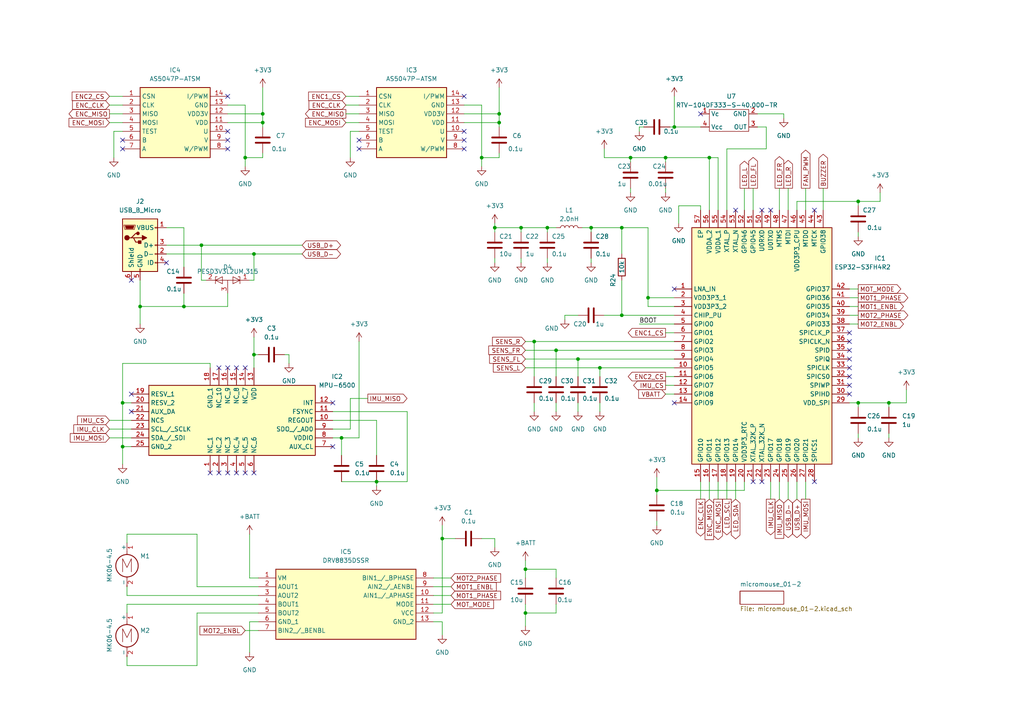
<source format=kicad_sch>
(kicad_sch (version 20230121) (generator eeschema)
  (paper "A4")
  (lib_symbols
    (symbol "AS5047P-ATSM:AS5047P-ATSM"
      (property "Reference" "IC" (at 26.67 7.62 0))
      (property "Value" "AS5047P-ATSM" (at 26.67 5.08 0))
      (symbol "AS5047P-ATSM_1_1"
        (pin passive line (at 0 0 0) (length 5.08) (name "CSN") (number "1"))
        (pin passive line (at 30.48 -10.16 180) (length 5.08) (name "U") (number "10"))
        (pin passive line (at 30.48 -7.62 180) (length 5.08) (name "VDD") (number "11"))
        (pin passive line (at 30.48 -5.08 180) (length 5.08) (name "VDD3V") (number "12"))
        (pin passive line (at 30.48 -2.54 180) (length 5.08) (name "GND") (number "13"))
        (pin passive line (at 30.48 0 180) (length 5.08) (name "I/PWM") (number "14"))
        (pin passive line (at 0 -2.54 0) (length 5.08) (name "CLK") (number "2"))
        (pin passive line (at 0 -5.08 0) (length 5.08) (name "MISO") (number "3"))
        (pin passive line (at 0 -7.62 0) (length 5.08) (name "MOSI") (number "4"))
        (pin passive line (at 0 -10.16 0) (length 5.08) (name "TEST") (number "5"))
        (pin passive line (at 0 -12.7 0) (length 5.08) (name "B") (number "6"))
        (pin passive line (at 0 -15.24 0) (length 5.08) (name "A") (number "7"))
        (pin passive line (at 30.48 -15.24 180) (length 5.08) (name "W/PWM") (number "8"))
        (pin passive line (at 30.48 -12.7 180) (length 5.08) (name "V") (number "9"))
      )
    )
    (symbol "Connector:USB_B_Micro" (pin_names (offset 1.016))
      (property "Reference" "J" (at -5.08 11.43 0))
      (property "Value" "USB_B_Micro" (at -5.08 8.89 0))
      (symbol "USB_B_Micro_1_1"
        (pin power_out line (at 7.62 5.08 180) (length 2.54) (name "VBUS") (number "1"))
        (pin bidirectional line (at 7.62 -2.54 180) (length 2.54) (name "D-") (number "2"))
        (pin bidirectional line (at 7.62 0 180) (length 2.54) (name "D+") (number "3"))
        (pin passive line (at 7.62 -5.08 180) (length 2.54) (name "ID") (number "4"))
        (pin power_out line (at 0 -10.16 90) (length 2.54) (name "GND") (number "5"))
        (pin passive line (at -2.54 -10.16 90) (length 2.54) (name "Shield") (number "6"))
      )
    )
    (symbol "DRV8835DSSR:DRV8835DSSR"
      (property "Reference" "IC" (at 46.99 7.62 0))
      (property "Value" "DRV8835DSSR" (at 46.99 5.08 0))
      (symbol "DRV8835DSSR_1_1"
        (pin passive line (at 0 0 0) (length 5.08) (name "VM") (number "1"))
        (pin passive line (at 50.8 -5.08 180) (length 5.08) (name "AIN1_/_APHASE") (number "10"))
        (pin passive line (at 50.8 -7.62 180) (length 5.08) (name "MODE") (number "11"))
        (pin passive line (at 50.8 -10.16 180) (length 5.08) (name "VCC") (number "12"))
        (pin passive line (at 50.8 -12.7 180) (length 5.08) (name "GND_2") (number "13"))
        (pin passive line (at 0 -2.54 0) (length 5.08) (name "AOUT1") (number "2"))
        (pin passive line (at 0 -5.08 0) (length 5.08) (name "AOUT2") (number "3"))
        (pin passive line (at 0 -7.62 0) (length 5.08) (name "BOUT1") (number "4"))
        (pin passive line (at 0 -10.16 0) (length 5.08) (name "BOUT2") (number "5"))
        (pin passive line (at 0 -12.7 0) (length 5.08) (name "GND_1") (number "6"))
        (pin passive line (at 0 -15.24 0) (length 5.08) (name "BIN2_/_BENBL") (number "7"))
        (pin passive line (at 50.8 0 180) (length 5.08) (name "BIN1_/_BPHASE") (number "8"))
        (pin passive line (at 50.8 -2.54 180) (length 5.08) (name "AIN2_/_AENBL") (number "9"))
      )
    )
    (symbol "Device:C" (pin_numbers hide) (pin_names (offset 0.254))
      (property "Reference" "C" (at 0.635 2.54 0))
      (property "Value" "C" (at 0.635 -2.54 0))
      (symbol "C_1_1"
        (pin passive line (at 0 3.81 270) (length 2.794) (name "~") (number "1"))
        (pin passive line (at 0 -3.81 90) (length 2.794) (name "~") (number "2"))
      )
    )
    (symbol "Device:L" (pin_numbers hide) (pin_names (offset 1.016) hide)
      (property "Reference" "L" (at -1.27 0 90))
      (property "Value" "L" (at 1.905 0 90))
      (symbol "L_1_1"
        (pin passive line (at 0 3.81 270) (length 1.27) (name "1") (number "1"))
        (pin passive line (at 0 -3.81 90) (length 1.27) (name "2") (number "2"))
      )
    )
    (symbol "Device:R" (pin_numbers hide) (pin_names (offset 0))
      (property "Reference" "R" (at 2.032 0 90))
      (property "Value" "R" (at 0 0 90))
      (symbol "R_1_1"
        (pin passive line (at 0 3.81 270) (length 1.27) (name "~") (number "1"))
        (pin passive line (at 0 -3.81 90) (length 1.27) (name "~") (number "2"))
      )
    )
    (symbol "ESP32-S3FH4R2:ESP32-S3FH4R2"
      (property "Reference" "IC" (at 46.99 22.86 0))
      (property "Value" "ESP32-S3FH4R2" (at 46.99 20.32 0))
      (symbol "ESP32-S3FH4R2_1_1"
        (pin passive line (at 0 0 0) (length 5.08) (name "LNA_IN") (number "1"))
        (pin passive line (at 0 -22.86 0) (length 5.08) (name "GPIO5") (number "10"))
        (pin passive line (at 0 -25.4 0) (length 5.08) (name "GPIO6") (number "11"))
        (pin passive line (at 0 -27.94 0) (length 5.08) (name "GPIO7") (number "12"))
        (pin passive line (at 0 -30.48 0) (length 5.08) (name "GPIO8") (number "13"))
        (pin passive line (at 0 -33.02 0) (length 5.08) (name "GPIO9") (number "14"))
        (pin passive line (at 7.62 -55.88 90) (length 5.08) (name "GPIO10") (number "15"))
        (pin passive line (at 10.16 -55.88 90) (length 5.08) (name "GPIO11") (number "16"))
        (pin passive line (at 12.7 -55.88 90) (length 5.08) (name "GPIO12") (number "17"))
        (pin passive line (at 15.24 -55.88 90) (length 5.08) (name "GPIO13") (number "18"))
        (pin passive line (at 17.78 -55.88 90) (length 5.08) (name "GPIO14") (number "19"))
        (pin passive line (at 0 -2.54 0) (length 5.08) (name "VDD3P3_1") (number "2"))
        (pin passive line (at 20.32 -55.88 90) (length 5.08) (name "VDD3P3_RTC") (number "20"))
        (pin passive line (at 22.86 -55.88 90) (length 5.08) (name "XTAL_32K_P") (number "21"))
        (pin passive line (at 25.4 -55.88 90) (length 5.08) (name "XTAL_32K_N") (number "22"))
        (pin passive line (at 27.94 -55.88 90) (length 5.08) (name "GPIO17") (number "23"))
        (pin passive line (at 30.48 -55.88 90) (length 5.08) (name "GPIO18") (number "24"))
        (pin passive line (at 33.02 -55.88 90) (length 5.08) (name "GPIO19") (number "25"))
        (pin passive line (at 35.56 -55.88 90) (length 5.08) (name "GPIO20") (number "26"))
        (pin passive line (at 38.1 -55.88 90) (length 5.08) (name "GPIO21") (number "27"))
        (pin passive line (at 40.64 -55.88 90) (length 5.08) (name "SPICS1") (number "28"))
        (pin passive line (at 50.8 -33.02 180) (length 5.08) (name "VDD_SPI") (number "29"))
        (pin passive line (at 0 -5.08 0) (length 5.08) (name "VDD3P3_2") (number "3"))
        (pin passive line (at 50.8 -30.48 180) (length 5.08) (name "SPIHD") (number "30"))
        (pin passive line (at 50.8 -27.94 180) (length 5.08) (name "SPIWP") (number "31"))
        (pin passive line (at 50.8 -25.4 180) (length 5.08) (name "SPICS0") (number "32"))
        (pin passive line (at 50.8 -22.86 180) (length 5.08) (name "SPICLK") (number "33"))
        (pin passive line (at 50.8 -20.32 180) (length 5.08) (name "SPIQ") (number "34"))
        (pin passive line (at 50.8 -17.78 180) (length 5.08) (name "SPID") (number "35"))
        (pin passive line (at 50.8 -15.24 180) (length 5.08) (name "SPICLK_N") (number "36"))
        (pin passive line (at 50.8 -12.7 180) (length 5.08) (name "SPICLK_P") (number "37"))
        (pin passive line (at 50.8 -10.16 180) (length 5.08) (name "GPIO33") (number "38"))
        (pin passive line (at 50.8 -7.62 180) (length 5.08) (name "GPIO34") (number "39"))
        (pin passive line (at 0 -7.62 0) (length 5.08) (name "CHIP_PU") (number "4"))
        (pin passive line (at 50.8 -5.08 180) (length 5.08) (name "GPIO35") (number "40"))
        (pin passive line (at 50.8 -2.54 180) (length 5.08) (name "GPIO36") (number "41"))
        (pin passive line (at 50.8 0 180) (length 5.08) (name "GPIO37") (number "42"))
        (pin passive line (at 43.18 22.86 270) (length 5.08) (name "GPIO38") (number "43"))
        (pin passive line (at 40.64 22.86 270) (length 5.08) (name "MTCK") (number "44"))
        (pin passive line (at 38.1 22.86 270) (length 5.08) (name "MTDO") (number "45"))
        (pin passive line (at 35.56 22.86 270) (length 5.08) (name "VDD3P3_CPU") (number "46"))
        (pin passive line (at 33.02 22.86 270) (length 5.08) (name "MTDI") (number "47"))
        (pin passive line (at 30.48 22.86 270) (length 5.08) (name "MTMS") (number "48"))
        (pin passive line (at 27.94 22.86 270) (length 5.08) (name "U0TXD") (number "49"))
        (pin passive line (at 0 -10.16 0) (length 5.08) (name "GPIO0") (number "5"))
        (pin passive line (at 25.4 22.86 270) (length 5.08) (name "U0RXD") (number "50"))
        (pin passive line (at 22.86 22.86 270) (length 5.08) (name "GPIO45") (number "51"))
        (pin passive line (at 20.32 22.86 270) (length 5.08) (name "GPIO46") (number "52"))
        (pin passive line (at 17.78 22.86 270) (length 5.08) (name "XTAL_N") (number "53"))
        (pin passive line (at 15.24 22.86 270) (length 5.08) (name "XTAL_P") (number "54"))
        (pin passive line (at 12.7 22.86 270) (length 5.08) (name "VDDA_1") (number "55"))
        (pin passive line (at 10.16 22.86 270) (length 5.08) (name "VDDA_2") (number "56"))
        (pin passive line (at 7.62 22.86 270) (length 5.08) (name "EP") (number "57"))
        (pin passive line (at 0 -12.7 0) (length 5.08) (name "GPIO1") (number "6"))
        (pin passive line (at 0 -15.24 0) (length 5.08) (name "GPIO2") (number "7"))
        (pin passive line (at 0 -17.78 0) (length 5.08) (name "GPIO3") (number "8"))
        (pin passive line (at 0 -20.32 0) (length 5.08) (name "GPIO4") (number "9"))
      )
    )
    (symbol "MPU-6500:MPU-6500"
      (property "Reference" "IC" (at 26.67 22.86 0))
      (property "Value" "MPU-6500" (at 26.67 20.32 0))
      (symbol "MPU-6500_1_1"
        (pin passive line (at 0 0 0) (length 5.08) (name "NC_1") (number "1"))
        (pin passive line (at 15.24 -35.56 90) (length 5.08) (name "REGOUT") (number "10"))
        (pin passive line (at 17.78 -35.56 90) (length 5.08) (name "FSYNC") (number "11"))
        (pin passive line (at 20.32 -35.56 90) (length 5.08) (name "INT") (number "12"))
        (pin passive line (at 30.48 -12.7 180) (length 5.08) (name "VDD") (number "13"))
        (pin passive line (at 30.48 -10.16 180) (length 5.08) (name "NC_7") (number "14"))
        (pin passive line (at 30.48 -7.62 180) (length 5.08) (name "NC_8") (number "15"))
        (pin passive line (at 30.48 -5.08 180) (length 5.08) (name "NC_9") (number "16"))
        (pin passive line (at 30.48 -2.54 180) (length 5.08) (name "NC_10") (number "17"))
        (pin passive line (at 30.48 0 180) (length 5.08) (name "GND_1") (number "18"))
        (pin passive line (at 22.86 22.86 270) (length 5.08) (name "RESV_1") (number "19"))
        (pin passive line (at 0 -2.54 0) (length 5.08) (name "NC_2") (number "2"))
        (pin passive line (at 20.32 22.86 270) (length 5.08) (name "RESV_2") (number "20"))
        (pin passive line (at 17.78 22.86 270) (length 5.08) (name "AUX_DA") (number "21"))
        (pin passive line (at 15.24 22.86 270) (length 5.08) (name "NCS") (number "22"))
        (pin passive line (at 12.7 22.86 270) (length 5.08) (name "SCL_/_SCLK") (number "23"))
        (pin passive line (at 10.16 22.86 270) (length 5.08) (name "SDA_/_SDI") (number "24"))
        (pin passive line (at 7.62 22.86 270) (length 5.08) (name "GND_2") (number "25"))
        (pin passive line (at 0 -5.08 0) (length 5.08) (name "NC_3") (number "3"))
        (pin passive line (at 0 -7.62 0) (length 5.08) (name "NC_4") (number "4"))
        (pin passive line (at 0 -10.16 0) (length 5.08) (name "NC_5") (number "5"))
        (pin passive line (at 0 -12.7 0) (length 5.08) (name "NC_6") (number "6"))
        (pin passive line (at 7.62 -35.56 90) (length 5.08) (name "AUX_CL") (number "7"))
        (pin passive line (at 10.16 -35.56 90) (length 5.08) (name "VDDIO") (number "8"))
        (pin passive line (at 12.7 -35.56 90) (length 5.08) (name "SDO_/_AD0") (number "9"))
      )
    )
    (symbol "Motor:Motor_DC" (pin_names (offset 0))
      (property "Reference" "M" (at 2.54 2.54 0))
      (property "Value" "Motor_DC" (at 2.54 -5.08 0))
      (symbol "Motor_DC_1_1"
        (pin passive line (at 0 5.08 270) (length 2.54) (name "+") (number "1"))
        (pin passive line (at 0 -7.62 90) (length 2.54) (name "-") (number "2"))
      )
    )
    (symbol "PESD3V3L2UM,315:PESD3V3L2UM,315"
      (property "Reference" "D" (at 0 2.54 0))
      (symbol "PESD3V3L2UM,315_1_1"
        (pin passive line (at 6.35 0 180) (length 2.54) (name "") (number "1"))
        (pin passive line (at -6.35 0 0) (length 2.54) (name "") (number "2"))
        (pin passive line (at 0 -3.81 90) (length 2.54) (name "") (number "3"))
      )
    )
    (symbol "RTV-104DF333-S-40.000-TR:RTV-104DF333-S-40.000-TR"
      (property "Reference" "U7" (at 1.27 5.08 0))
      (symbol "RTV-104DF333-S-40.000-TR_1_1"
        (pin input line (at -7.62 0 0) (length 2.54) (name "Vc") (number "1"))
        (pin input line (at 8.89 0 180) (length 2.54) (name "GND") (number "2"))
        (pin input line (at 8.89 -3.81 180) (length 2.54) (name "OUT") (number "3"))
        (pin input line (at -7.62 -3.81 0) (length 2.54) (name "Vcc") (number "4"))
      )
    )
    (symbol "power:+3V3" (power) (pin_names (offset 0))
      (property "Value" "+3V3" (at 0 3.556 0))
      (symbol "+3V3_1_1"
        (pin power_in line (at 0 0 90) (length 0) hide (name "+3V3") (number "1"))
      )
    )
    (symbol "power:+BATT" (power) (pin_names (offset 0))
      (property "Value" "+BATT" (at 0 3.556 0))
      (symbol "+BATT_1_1"
        (pin power_in line (at 0 0 90) (length 0) hide (name "+BATT") (number "1"))
      )
    )
    (symbol "power:GND" (power) (pin_names (offset 0))
      (property "Value" "GND" (at 0 -3.81 0))
      (symbol "GND_1_1"
        (pin power_in line (at 0 0 270) (length 0) hide (name "GND") (number "1"))
      )
    )
  )
  (junction (at 143.51 66.04))
  (junction (at 190.5 142.24))
  (junction (at 35.56 116.84))
  (junction (at 58.42 71.12))
  (junction (at 144.78 33.02))
  (junction (at 195.58 36.83))
  (junction (at 167.64 104.14))
  (junction (at 71.12 45.72))
  (junction (at 161.29 101.6))
  (junction (at 158.75 66.04))
  (junction (at 139.7 45.72))
  (junction (at 180.34 91.44))
  (junction (at 76.2 35.56))
  (junction (at 35.56 129.54))
  (junction (at 187.96 86.36))
  (junction (at 257.81 116.84))
  (junction (at 73.66 73.66))
  (junction (at 76.2 33.02))
  (junction (at 128.27 156.21))
  (junction (at 180.34 66.04))
  (junction (at 53.34 88.9))
  (junction (at 40.64 88.9))
  (junction (at 151.13 66.04))
  (junction (at 248.92 116.84))
  (junction (at 109.22 139.7))
  (junction (at 154.94 99.06))
  (junction (at 193.04 45.72))
  (junction (at 73.66 102.87))
  (junction (at 171.45 66.04))
  (junction (at 152.4 177.8))
  (junction (at 99.06 127))
  (junction (at 248.92 58.42))
  (junction (at 173.99 106.68))
  (junction (at 152.4 165.1))
  (junction (at 144.78 35.56))
  (junction (at 205.74 45.72))
  (junction (at 182.88 45.72))
  (no_connect (at 246.38 104.14))
  (no_connect (at 246.38 114.3))
  (no_connect (at 246.38 99.06))
  (no_connect (at 220.98 60.96))
  (no_connect (at 96.52 116.84))
  (no_connect (at 203.2 33.02))
  (no_connect (at 66.04 106.68))
  (no_connect (at 96.52 129.54))
  (no_connect (at 73.66 137.16))
  (no_connect (at 66.04 43.18))
  (no_connect (at 236.22 139.7))
  (no_connect (at 68.58 106.68))
  (no_connect (at 223.52 60.96))
  (no_connect (at 60.96 137.16))
  (no_connect (at 134.62 27.94))
  (no_connect (at 246.38 109.22))
  (no_connect (at 66.04 27.94))
  (no_connect (at 71.12 137.16))
  (no_connect (at 246.38 111.76))
  (no_connect (at 236.22 60.96))
  (no_connect (at 134.62 38.1))
  (no_connect (at 246.38 96.52))
  (no_connect (at 66.04 40.64))
  (no_connect (at 68.58 137.16))
  (no_connect (at 63.5 106.68))
  (no_connect (at 66.04 38.1))
  (no_connect (at 66.04 137.16))
  (no_connect (at 38.1 114.3))
  (no_connect (at 246.38 106.68))
  (no_connect (at 195.58 83.82))
  (no_connect (at 35.56 43.18))
  (no_connect (at 218.44 139.7))
  (no_connect (at 63.5 137.16))
  (no_connect (at 213.36 60.96))
  (no_connect (at 220.98 139.7))
  (no_connect (at 38.1 119.38))
  (no_connect (at 134.62 40.64))
  (no_connect (at 246.38 101.6))
  (no_connect (at 104.14 40.64))
  (no_connect (at 48.26 76.2))
  (no_connect (at 35.56 40.64))
  (no_connect (at 71.12 106.68))
  (no_connect (at 38.1 81.28))
  (no_connect (at 104.14 43.18))
  (no_connect (at 134.62 43.18))
  (no_connect (at 195.58 116.84))
  (wire (pts (xy 139.7 156.21) (xy 143.51 156.21)))
  (wire (pts (xy 248.92 127) (xy 248.92 125.73)))
  (wire (pts (xy 182.88 54.61) (xy 182.88 55.88)))
  (wire (pts (xy 151.13 67.31) (xy 151.13 66.04)))
  (wire (pts (xy 152.4 165.1) (xy 152.4 167.64)))
  (wire (pts (xy 203.2 59.69) (xy 203.2 60.96)))
  (wire (pts (xy 226.06 54.61) (xy 226.06 60.96)))
  (wire (pts (xy 196.85 59.69) (xy 196.85 64.77)))
  (wire (pts (xy 152.4 106.68) (xy 173.99 106.68)))
  (wire (pts (xy 219.71 36.83) (xy 222.25 36.83)))
  (wire (pts (xy 109.22 121.92) (xy 96.52 121.92)))
  (wire (pts (xy 163.83 91.44) (xy 167.64 91.44)))
  (wire (pts (xy 203.2 139.7) (xy 203.2 144.78)))
  (wire (pts (xy 35.56 129.54) (xy 35.56 134.62)))
  (wire (pts (xy 125.73 167.64) (xy 130.81 167.64)))
  (wire (pts (xy 58.42 71.12) (xy 58.42 81.28)))
  (wire (pts (xy 158.75 66.04) (xy 161.29 66.04)))
  (wire (pts (xy 167.64 104.14) (xy 195.58 104.14)))
  (wire (pts (xy 100.33 30.48) (xy 104.14 30.48)))
  (wire (pts (xy 48.26 71.12) (xy 58.42 71.12)))
  (wire (pts (xy 101.6 115.57) (xy 101.6 124.46)))
  (wire (pts (xy 31.75 35.56) (xy 35.56 35.56)))
  (wire (pts (xy 248.92 118.11) (xy 248.92 116.84)))
  (wire (pts (xy 73.66 102.87) (xy 73.66 106.68)))
  (wire (pts (xy 215.9 54.61) (xy 215.9 60.96)))
  (wire (pts (xy 128.27 180.34) (xy 128.27 184.15)))
  (wire (pts (xy 168.91 66.04) (xy 171.45 66.04)))
  (wire (pts (xy 134.62 35.56) (xy 144.78 35.56)))
  (wire (pts (xy 186.69 36.83) (xy 185.42 36.83)))
  (wire (pts (xy 205.74 139.7) (xy 205.74 144.78)))
  (wire (pts (xy 175.26 43.18) (xy 175.26 45.72)))
  (wire (pts (xy 101.6 38.1) (xy 101.6 45.72)))
  (wire (pts (xy 96.52 119.38) (xy 118.11 119.38)))
  (wire (pts (xy 215.9 142.24) (xy 215.9 139.7)))
  (wire (pts (xy 118.11 139.7) (xy 109.22 139.7)))
  (wire (pts (xy 71.12 45.72) (xy 76.2 45.72)))
  (wire (pts (xy 152.4 104.14) (xy 167.64 104.14)))
  (wire (pts (xy 40.64 88.9) (xy 40.64 93.98)))
  (wire (pts (xy 33.02 38.1) (xy 33.02 45.72)))
  (wire (pts (xy 193.04 45.72) (xy 193.04 46.99)))
  (wire (pts (xy 175.26 91.44) (xy 180.34 91.44)))
  (wire (pts (xy 104.14 99.06) (xy 104.14 127)))
  (wire (pts (xy 231.14 58.42) (xy 231.14 60.96)))
  (wire (pts (xy 246.38 88.9) (xy 248.92 88.9)))
  (wire (pts (xy 60.96 105.41) (xy 35.56 105.41)))
  (wire (pts (xy 171.45 67.31) (xy 171.45 66.04)))
  (wire (pts (xy 187.96 88.9) (xy 195.58 88.9)))
  (wire (pts (xy 152.4 177.8) (xy 152.4 181.61)))
  (wire (pts (xy 76.2 36.83) (xy 76.2 35.56)))
  (wire (pts (xy 53.34 88.9) (xy 66.04 88.9)))
  (wire (pts (xy 125.73 172.72) (xy 130.81 172.72)))
  (wire (pts (xy 233.68 139.7) (xy 233.68 144.78)))
  (wire (pts (xy 76.2 33.02) (xy 76.2 35.56)))
  (wire (pts (xy 66.04 88.9) (xy 66.04 85.09)))
  (wire (pts (xy 73.66 97.79) (xy 73.66 102.87)))
  (wire (pts (xy 57.15 170.18) (xy 74.93 170.18)))
  (wire (pts (xy 195.58 27.94) (xy 195.58 36.83)))
  (wire (pts (xy 57.15 154.94) (xy 36.83 154.94)))
  (wire (pts (xy 31.75 30.48) (xy 35.56 30.48)))
  (wire (pts (xy 210.82 139.7) (xy 210.82 144.78)))
  (wire (pts (xy 139.7 45.72) (xy 144.78 45.72)))
  (wire (pts (xy 203.2 36.83) (xy 195.58 36.83)))
  (wire (pts (xy 128.27 152.4) (xy 128.27 156.21)))
  (wire (pts (xy 31.75 127) (xy 38.1 127)))
  (wire (pts (xy 36.83 172.72) (xy 74.93 172.72)))
  (wire (pts (xy 238.76 54.61) (xy 238.76 60.96)))
  (wire (pts (xy 161.29 177.8) (xy 152.4 177.8)))
  (wire (pts (xy 31.75 121.92) (xy 38.1 121.92)))
  (wire (pts (xy 231.14 58.42) (xy 248.92 58.42)))
  (wire (pts (xy 257.81 116.84) (xy 262.89 116.84)))
  (wire (pts (xy 99.06 127) (xy 99.06 132.08)))
  (wire (pts (xy 35.56 129.54) (xy 38.1 129.54)))
  (wire (pts (xy 208.28 139.7) (xy 208.28 144.78)))
  (wire (pts (xy 72.39 180.34) (xy 74.93 180.34)))
  (wire (pts (xy 187.96 86.36) (xy 195.58 86.36)))
  (wire (pts (xy 219.71 33.02) (xy 227.33 33.02)))
  (wire (pts (xy 31.75 33.02) (xy 35.56 33.02)))
  (wire (pts (xy 161.29 165.1) (xy 152.4 165.1)))
  (wire (pts (xy 144.78 33.02) (xy 144.78 35.56)))
  (wire (pts (xy 193.04 96.52) (xy 195.58 96.52)))
  (wire (pts (xy 35.56 116.84) (xy 35.56 129.54)))
  (wire (pts (xy 248.92 116.84) (xy 257.81 116.84)))
  (wire (pts (xy 193.04 109.22) (xy 195.58 109.22)))
  (wire (pts (xy 194.31 36.83) (xy 195.58 36.83)))
  (wire (pts (xy 154.94 99.06) (xy 195.58 99.06)))
  (wire (pts (xy 151.13 74.93) (xy 151.13 76.2)))
  (wire (pts (xy 125.73 177.8) (xy 128.27 177.8)))
  (wire (pts (xy 173.99 116.84) (xy 173.99 119.38)))
  (wire (pts (xy 152.4 175.26) (xy 152.4 177.8)))
  (wire (pts (xy 262.89 113.03) (xy 262.89 116.84)))
  (wire (pts (xy 187.96 86.36) (xy 187.96 88.9)))
  (wire (pts (xy 161.29 101.6) (xy 161.29 109.22)))
  (wire (pts (xy 193.04 114.3) (xy 195.58 114.3)))
  (wire (pts (xy 48.26 73.66) (xy 73.66 73.66)))
  (wire (pts (xy 134.62 33.02) (xy 144.78 33.02)))
  (wire (pts (xy 144.78 25.4) (xy 144.78 33.02)))
  (wire (pts (xy 100.33 35.56) (xy 104.14 35.56)))
  (wire (pts (xy 246.38 86.36) (xy 248.92 86.36)))
  (wire (pts (xy 213.36 139.7) (xy 213.36 144.78)))
  (wire (pts (xy 210.82 43.18) (xy 210.82 60.96)))
  (wire (pts (xy 76.2 44.45) (xy 76.2 45.72)))
  (wire (pts (xy 152.4 99.06) (xy 154.94 99.06)))
  (wire (pts (xy 72.39 180.34) (xy 72.39 189.23)))
  (wire (pts (xy 255.27 55.88) (xy 255.27 58.42)))
  (wire (pts (xy 71.12 48.26) (xy 71.12 45.72)))
  (wire (pts (xy 66.04 35.56) (xy 76.2 35.56)))
  (wire (pts (xy 180.34 66.04) (xy 180.34 73.66)))
  (wire (pts (xy 223.52 139.7) (xy 223.52 144.78)))
  (wire (pts (xy 57.15 177.8) (xy 57.15 193.04)))
  (wire (pts (xy 125.73 175.26) (xy 130.81 175.26)))
  (wire (pts (xy 36.83 175.26) (xy 36.83 177.8)))
  (wire (pts (xy 158.75 67.31) (xy 158.75 66.04)))
  (wire (pts (xy 180.34 91.44) (xy 195.58 91.44)))
  (wire (pts (xy 106.68 115.57) (xy 101.6 115.57)))
  (wire (pts (xy 36.83 170.18) (xy 36.83 172.72)))
  (wire (pts (xy 40.64 88.9) (xy 53.34 88.9)))
  (wire (pts (xy 128.27 156.21) (xy 132.08 156.21)))
  (wire (pts (xy 48.26 66.04) (xy 53.34 66.04)))
  (wire (pts (xy 72.39 154.94) (xy 72.39 167.64)))
  (wire (pts (xy 57.15 154.94) (xy 57.15 170.18)))
  (wire (pts (xy 101.6 124.46) (xy 96.52 124.46)))
  (wire (pts (xy 66.04 33.02) (xy 76.2 33.02)))
  (wire (pts (xy 128.27 156.21) (xy 128.27 177.8)))
  (wire (pts (xy 35.56 105.41) (xy 35.56 116.84)))
  (wire (pts (xy 185.42 36.83) (xy 185.42 38.1)))
  (wire (pts (xy 152.4 162.56) (xy 152.4 165.1)))
  (wire (pts (xy 73.66 73.66) (xy 73.66 81.28)))
  (wire (pts (xy 246.38 91.44) (xy 248.92 91.44)))
  (wire (pts (xy 100.33 33.02) (xy 104.14 33.02)))
  (wire (pts (xy 227.33 33.02) (xy 227.33 34.29)))
  (wire (pts (xy 187.96 66.04) (xy 187.96 86.36)))
  (wire (pts (xy 257.81 118.11) (xy 257.81 116.84)))
  (wire (pts (xy 83.82 102.87) (xy 83.82 105.41)))
  (wire (pts (xy 193.04 45.72) (xy 205.74 45.72)))
  (wire (pts (xy 222.25 36.83) (xy 222.25 43.18)))
  (wire (pts (xy 173.99 106.68) (xy 173.99 109.22)))
  (wire (pts (xy 57.15 177.8) (xy 74.93 177.8)))
  (wire (pts (xy 246.38 93.98) (xy 248.92 93.98)))
  (wire (pts (xy 154.94 99.06) (xy 154.94 109.22)))
  (wire (pts (xy 96.52 127) (xy 99.06 127)))
  (wire (pts (xy 134.62 30.48) (xy 139.7 30.48)))
  (wire (pts (xy 31.75 124.46) (xy 38.1 124.46)))
  (wire (pts (xy 161.29 101.6) (xy 195.58 101.6)))
  (wire (pts (xy 58.42 81.28) (xy 59.69 81.28)))
  (wire (pts (xy 231.14 139.7) (xy 231.14 144.78)))
  (wire (pts (xy 143.51 67.31) (xy 143.51 66.04)))
  (wire (pts (xy 182.88 45.72) (xy 182.88 46.99)))
  (wire (pts (xy 180.34 66.04) (xy 187.96 66.04)))
  (wire (pts (xy 53.34 85.09) (xy 53.34 88.9)))
  (wire (pts (xy 143.51 156.21) (xy 143.51 158.75)))
  (wire (pts (xy 248.92 58.42) (xy 255.27 58.42)))
  (wire (pts (xy 158.75 74.93) (xy 158.75 76.2)))
  (wire (pts (xy 228.6 139.7) (xy 228.6 144.78)))
  (wire (pts (xy 190.5 138.43) (xy 190.5 142.24)))
  (wire (pts (xy 208.28 45.72) (xy 208.28 60.96)))
  (wire (pts (xy 125.73 180.34) (xy 128.27 180.34)))
  (wire (pts (xy 40.64 81.28) (xy 40.64 88.9)))
  (wire (pts (xy 31.75 27.94) (xy 35.56 27.94)))
  (wire (pts (xy 72.39 167.64) (xy 74.93 167.64)))
  (wire (pts (xy 71.12 30.48) (xy 71.12 45.72)))
  (wire (pts (xy 73.66 102.87) (xy 74.93 102.87)))
  (wire (pts (xy 226.06 139.7) (xy 226.06 144.78)))
  (wire (pts (xy 218.44 54.61) (xy 218.44 60.96)))
  (wire (pts (xy 163.83 92.71) (xy 163.83 91.44)))
  (wire (pts (xy 58.42 71.12) (xy 87.63 71.12)))
  (wire (pts (xy 139.7 48.26) (xy 139.7 45.72)))
  (wire (pts (xy 222.25 43.18) (xy 210.82 43.18)))
  (wire (pts (xy 82.55 102.87) (xy 83.82 102.87)))
  (wire (pts (xy 208.28 45.72) (xy 205.74 45.72)))
  (wire (pts (xy 99.06 139.7) (xy 109.22 139.7)))
  (wire (pts (xy 193.04 111.76) (xy 195.58 111.76)))
  (wire (pts (xy 190.5 151.13) (xy 190.5 152.4)))
  (wire (pts (xy 118.11 119.38) (xy 118.11 139.7)))
  (wire (pts (xy 246.38 116.84) (xy 248.92 116.84)))
  (wire (pts (xy 161.29 167.64) (xy 161.29 165.1)))
  (wire (pts (xy 143.51 74.93) (xy 143.51 76.2)))
  (wire (pts (xy 109.22 139.7) (xy 109.22 140.97)))
  (wire (pts (xy 35.56 116.84) (xy 38.1 116.84)))
  (wire (pts (xy 248.92 59.69) (xy 248.92 58.42)))
  (wire (pts (xy 73.66 73.66) (xy 87.63 73.66)))
  (wire (pts (xy 161.29 116.84) (xy 161.29 119.38)))
  (wire (pts (xy 99.06 127) (xy 104.14 127)))
  (wire (pts (xy 53.34 77.47) (xy 53.34 66.04)))
  (wire (pts (xy 72.39 81.28) (xy 73.66 81.28)))
  (wire (pts (xy 36.83 154.94) (xy 36.83 157.48)))
  (wire (pts (xy 171.45 66.04) (xy 180.34 66.04)))
  (wire (pts (xy 161.29 175.26) (xy 161.29 177.8)))
  (wire (pts (xy 248.92 67.31) (xy 248.92 68.58)))
  (wire (pts (xy 109.22 132.08) (xy 109.22 121.92)))
  (wire (pts (xy 233.68 54.61) (xy 233.68 60.96)))
  (wire (pts (xy 144.78 35.56) (xy 144.78 36.83)))
  (wire (pts (xy 144.78 45.72) (xy 144.78 44.45)))
  (wire (pts (xy 190.5 142.24) (xy 190.5 143.51)))
  (wire (pts (xy 173.99 106.68) (xy 195.58 106.68)))
  (wire (pts (xy 36.83 193.04) (xy 57.15 193.04)))
  (wire (pts (xy 257.81 127) (xy 257.81 125.73)))
  (wire (pts (xy 228.6 54.61) (xy 228.6 60.96)))
  (wire (pts (xy 167.64 116.84) (xy 167.64 119.38)))
  (wire (pts (xy 66.04 30.48) (xy 71.12 30.48)))
  (wire (pts (xy 182.88 45.72) (xy 193.04 45.72)))
  (wire (pts (xy 143.51 66.04) (xy 151.13 66.04)))
  (wire (pts (xy 100.33 27.94) (xy 104.14 27.94)))
  (wire (pts (xy 167.64 104.14) (xy 167.64 109.22)))
  (wire (pts (xy 152.4 101.6) (xy 161.29 101.6)))
  (wire (pts (xy 171.45 74.93) (xy 171.45 76.2)))
  (wire (pts (xy 180.34 81.28) (xy 180.34 91.44)))
  (wire (pts (xy 101.6 38.1) (xy 104.14 38.1)))
  (wire (pts (xy 193.04 54.61) (xy 193.04 55.88)))
  (wire (pts (xy 143.51 66.04) (xy 143.51 64.77)))
  (wire (pts (xy 175.26 45.72) (xy 182.88 45.72)))
  (wire (pts (xy 36.83 175.26) (xy 74.93 175.26)))
  (wire (pts (xy 185.42 93.98) (xy 195.58 93.98)))
  (wire (pts (xy 154.94 116.84) (xy 154.94 119.38)))
  (wire (pts (xy 203.2 59.69) (xy 196.85 59.69)))
  (wire (pts (xy 139.7 30.48) (xy 139.7 45.72)))
  (wire (pts (xy 36.83 190.5) (xy 36.83 193.04)))
  (wire (pts (xy 35.56 38.1) (xy 33.02 38.1)))
  (wire (pts (xy 71.12 182.88) (xy 74.93 182.88)))
  (wire (pts (xy 60.96 105.41) (xy 60.96 106.68)))
  (wire (pts (xy 246.38 83.82) (xy 248.92 83.82)))
  (wire (pts (xy 190.5 142.24) (xy 215.9 142.24)))
  (wire (pts (xy 76.2 25.4) (xy 76.2 33.02)))
  (wire (pts (xy 125.73 170.18) (xy 130.81 170.18)))
  (wire (pts (xy 151.13 66.04) (xy 158.75 66.04)))
  (wire (pts (xy 205.74 45.72) (xy 205.74 60.96)))
  (label "BOOT" (at 185.42 93.98 0))
  (global_label "SENS_L" (shape input) (at 152.4 106.68 180) (property "Intersheetrefs" "${INTERSHEET_REFS}" (effects hide)))
  (global_label "IMU_CS" (shape output) (at 193.04 111.76 180) (property "Intersheetrefs" "${INTERSHEET_REFS}" (effects hide)))
  (global_label "BUZZER" (shape output) (at 238.76 54.61 90) (property "Intersheetrefs" "${INTERSHEET_REFS}" (effects hide)))
  (global_label "ENC1_CS" (shape output) (at 193.04 96.52 180) (property "Intersheetrefs" "${INTERSHEET_REFS}" (effects hide)))
  (global_label "MOT2_ENBL" (shape output) (at 248.92 93.98 0) (property "Intersheetrefs" "${INTERSHEET_REFS}" (effects hide)))
  (global_label "USB_D+" (shape bidirectional) (at 231.14 144.78 270) (property "Intersheetrefs" "${INTERSHEET_REFS}" (effects hide)))
  (global_label "IMU_MOSI" (shape output) (at 233.68 144.78 270) (property "Intersheetrefs" "${INTERSHEET_REFS}" (effects hide)))
  (global_label "LED_FR" (shape output) (at 226.06 54.61 90) (property "Intersheetrefs" "${INTERSHEET_REFS}" (effects hide)))
  (global_label "ENC_CLK" (shape output) (at 203.2 144.78 270) (property "Intersheetrefs" "${INTERSHEET_REFS}" (effects hide)))
  (global_label "IMU_CLK" (shape input) (at 31.75 124.46 180) (property "Intersheetrefs" "${INTERSHEET_REFS}" (effects hide)))
  (global_label "ENC_MOSI" (shape input) (at 100.33 35.56 180) (property "Intersheetrefs" "${INTERSHEET_REFS}" (effects hide)))
  (global_label "ENC_MISO" (shape input) (at 205.74 144.78 270) (property "Intersheetrefs" "${INTERSHEET_REFS}" (effects hide)))
  (global_label "IMU_MISO" (shape output) (at 106.68 115.57 0) (property "Intersheetrefs" "${INTERSHEET_REFS}" (effects hide)))
  (global_label "MOT2_ENBL" (shape input) (at 71.12 182.88 180) (property "Intersheetrefs" "${INTERSHEET_REFS}" (effects hide)))
  (global_label "USB_D-" (shape bidirectional) (at 87.63 73.66 0) (property "Intersheetrefs" "${INTERSHEET_REFS}" (effects hide)))
  (global_label "MOT1_ENBL" (shape input) (at 130.81 170.18 0) (property "Intersheetrefs" "${INTERSHEET_REFS}" (effects hide)))
  (global_label "LED_SDA" (shape bidirectional) (at 213.36 144.78 270) (property "Intersheetrefs" "${INTERSHEET_REFS}" (effects hide)))
  (global_label "LED_SCL" (shape output) (at 210.82 144.78 270) (property "Intersheetrefs" "${INTERSHEET_REFS}" (effects hide)))
  (global_label "LED_L" (shape output) (at 215.9 54.61 90) (property "Intersheetrefs" "${INTERSHEET_REFS}" (effects hide)))
  (global_label "ENC_MOSI" (shape input) (at 31.75 35.56 180) (property "Intersheetrefs" "${INTERSHEET_REFS}" (effects hide)))
  (global_label "FAN_PWM" (shape output) (at 233.68 54.61 90) (property "Intersheetrefs" "${INTERSHEET_REFS}" (effects hide)))
  (global_label "MOT_MODE" (shape input) (at 130.81 175.26 0) (property "Intersheetrefs" "${INTERSHEET_REFS}" (effects hide)))
  (global_label "ENC2_CS" (shape input) (at 31.75 27.94 180) (property "Intersheetrefs" "${INTERSHEET_REFS}" (effects hide)))
  (global_label "MOT1_ENBL" (shape output) (at 248.92 88.9 0) (property "Intersheetrefs" "${INTERSHEET_REFS}" (effects hide)))
  (global_label "IMU_CLK" (shape output) (at 223.52 144.78 270) (property "Intersheetrefs" "${INTERSHEET_REFS}" (effects hide)))
  (global_label "ENC_MOSI" (shape output) (at 208.28 144.78 270) (property "Intersheetrefs" "${INTERSHEET_REFS}" (effects hide)))
  (global_label "ENC_MISO" (shape output) (at 31.75 33.02 180) (property "Intersheetrefs" "${INTERSHEET_REFS}" (effects hide)))
  (global_label "MOT_MODE" (shape output) (at 248.92 83.82 0) (property "Intersheetrefs" "${INTERSHEET_REFS}" (effects hide)))
  (global_label "LED_FL" (shape output) (at 218.44 54.61 90) (property "Intersheetrefs" "${INTERSHEET_REFS}" (effects hide)))
  (global_label "ENC_MISO" (shape output) (at 100.33 33.02 180) (property "Intersheetrefs" "${INTERSHEET_REFS}" (effects hide)))
  (global_label "LED_R" (shape output) (at 228.6 54.61 90) (property "Intersheetrefs" "${INTERSHEET_REFS}" (effects hide)))
  (global_label "MOT1_PHASE" (shape input) (at 130.81 172.72 0) (property "Intersheetrefs" "${INTERSHEET_REFS}" (effects hide)))
  (global_label "USB_D-" (shape bidirectional) (at 228.6 144.78 270) (property "Intersheetrefs" "${INTERSHEET_REFS}" (effects hide)))
  (global_label "USB_D+" (shape bidirectional) (at 87.63 71.12 0) (property "Intersheetrefs" "${INTERSHEET_REFS}" (effects hide)))
  (global_label "MOT1_PHASE" (shape output) (at 248.92 86.36 0) (property "Intersheetrefs" "${INTERSHEET_REFS}" (effects hide)))
  (global_label "SENS_R" (shape input) (at 152.4 99.06 180) (property "Intersheetrefs" "${INTERSHEET_REFS}" (effects hide)))
  (global_label "ENC_CLK" (shape input) (at 31.75 30.48 180) (property "Intersheetrefs" "${INTERSHEET_REFS}" (effects hide)))
  (global_label "SENS_FL" (shape input) (at 152.4 104.14 180) (property "Intersheetrefs" "${INTERSHEET_REFS}" (effects hide)))
  (global_label "SENS_FR" (shape input) (at 152.4 101.6 180) (property "Intersheetrefs" "${INTERSHEET_REFS}" (effects hide)))
  (global_label "VBATT" (shape input) (at 193.04 114.3 180) (property "Intersheetrefs" "${INTERSHEET_REFS}" (effects hide)))
  (global_label "ENC2_CS" (shape output) (at 193.04 109.22 180) (property "Intersheetrefs" "${INTERSHEET_REFS}" (effects hide)))
  (global_label "IMU_MOSI" (shape input) (at 31.75 127 180) (property "Intersheetrefs" "${INTERSHEET_REFS}" (effects hide)))
  (global_label "MOT2_PHASE" (shape output) (at 248.92 91.44 0) (property "Intersheetrefs" "${INTERSHEET_REFS}" (effects hide)))
  (global_label "IMU_CS" (shape input) (at 31.75 121.92 180) (property "Intersheetrefs" "${INTERSHEET_REFS}" (effects hide)))
  (global_label "IMU_MISO" (shape input) (at 226.06 144.78 270) (property "Intersheetrefs" "${INTERSHEET_REFS}" (effects hide)))
  (global_label "ENC_CLK" (shape input) (at 100.33 30.48 180) (property "Intersheetrefs" "${INTERSHEET_REFS}" (effects hide)))
  (global_label "MOT2_PHASE" (shape input) (at 130.81 167.64 0) (property "Intersheetrefs" "${INTERSHEET_REFS}" (effects hide)))
  (global_label "ENC1_CS" (shape input) (at 100.33 27.94 180) (property "Intersheetrefs" "${INTERSHEET_REFS}" (effects hide)))
  (symbol (lib_id "Device:C") (at 248.92 121.92 0) (unit 1)
    (property "Reference" "C26" (at 251.46 120.65 0) (effects (justify left)))
    (property "Value" "0.1u" (at 251.46 124.46 0) (effects (justify left)))
    (property "Footprint" "Capacitor_SMD:C_0402_1005Metric" (effects hide))
  )
  (symbol (lib_id "power:+3V3") (at 262.89 113.03 0) (unit 1)
    (property "Reference" "#PWR041" (effects hide))
    (property "Value" "+3V3" (at 262.89 107.95 0))
  )
  (symbol (lib_id "power:+BATT") (at 72.39 154.94 0) (unit 1)
    (property "Reference" "#PWR05" (effects hide))
    (property "Value" "+BATT" (at 72.39 149.86 0))
  )
  (symbol (lib_id "power:+3V3") (at 73.66 97.79 0) (unit 1)
    (property "Reference" "#PWR09" (effects hide))
    (property "Value" "+3V3" (at 73.66 92.71 0))
  )
  (symbol (lib_id "power:+3V3") (at 190.5 138.43 0) (unit 1)
    (property "Reference" "#PWR040" (effects hide))
    (property "Value" "+3V3" (at 190.5 133.35 0))
  )
  (symbol (lib_id "Device:C") (at 193.04 50.8 0) (unit 1)
    (property "Reference" "C24" (at 189.23 48.26 0) (effects (justify left)))
    (property "Value" "0.01u" (at 187.96 53.34 0) (effects (justify left)))
    (property "Footprint" "Capacitor_SMD:C_0402_1005Metric" (effects hide))
  )
  (symbol (lib_id "Device:C") (at 143.51 71.12 0) (unit 1)
    (property "Reference" "C21" (at 144.78 68.58 0) (effects (justify left)))
    (property "Value" "10u" (at 144.78 73.66 0) (effects (justify left)))
    (property "Footprint" "Capacitor_SMD:C_0603_1608Metric" (effects hide))
  )
  (symbol (lib_id "power:GND") (at 193.04 55.88 0) (unit 1)
    (property "Reference" "#PWR052" (effects hide))
    (property "Value" "GND" (at 193.04 60.96 0))
  )
  (symbol (lib_id "Device:C") (at 248.92 63.5 0) (unit 1)
    (property "Reference" "C27" (at 250.19 60.96 0) (effects (justify left)))
    (property "Value" "0.1u" (at 251.46 66.04 0) (effects (justify left)))
    (property "Footprint" "Capacitor_SMD:C_0402_1005Metric" (effects hide))
  )
  (symbol (lib_id "power:GND") (at 101.6 45.72 0) (unit 1)
    (property "Reference" "#PWR016" (effects hide))
    (property "Value" "GND" (at 101.6 50.8 0))
  )
  (symbol (lib_id "power:+3V3") (at 143.51 64.77 0) (unit 1)
    (property "Reference" "#PWR038" (effects hide))
    (property "Value" "+3V3" (at 143.51 59.69 0))
  )
  (symbol (lib_id "power:+BATT") (at 152.4 162.56 0) (unit 1)
    (property "Reference" "#PWR029" (effects hide))
    (property "Value" "+BATT" (at 152.4 157.48 0))
  )
  (symbol (lib_id "Device:C") (at 173.99 113.03 0) (unit 1)
    (property "Reference" "C32" (at 175.26 110.49 0) (effects (justify left)))
    (property "Value" "0.1u" (at 175.26 115.57 0) (effects (justify left)))
    (property "Footprint" "Capacitor_SMD:C_0402_1005Metric" (effects hide))
  )
  (symbol (lib_id "power:+3V3") (at 144.78 25.4 0) (unit 1)
    (property "Reference" "#PWR012" (effects hide))
    (property "Value" "+3V3" (at 144.78 20.32 0))
  )
  (symbol (lib_id "ESP32-S3FH4R2:ESP32-S3FH4R2") (at 195.58 83.82 0) (unit 1)
    (property "Reference" "IC1" (at 255.27 74.93 0))
    (property "Value" "ESP32-S3FH4R2" (at 250.19 77.47 0))
    (property "Footprint" "footprints:QFN40P700X700X90-57N-D" (effects hide))
    (property "Height" "0.9" (effects hide))
    (property "Mouser Part Number" "356-ESP32-S3FH4R2" (effects hide))
    (property "Mouser Price/Stock" "https://www.mouser.co.uk/ProductDetail/Espressif-Systems/ESP32-S3FH4R2?qs=tlsG%2FOw5FFjPrwkmZSBQNA%3D%3D" (effects hide))
    (property "Manufacturer_Name" "Espressif Systems" (effects hide))
    (property "Manufacturer_Part_Number" "ESP32-S3FH4R2" (effects hide))
  )
  (symbol (lib_id "power:GND") (at 248.92 127 0) (unit 1)
    (property "Reference" "#PWR055" (effects hide))
    (property "Value" "GND" (at 248.92 132.08 0))
  )
  (symbol (lib_id "power:GND") (at 163.83 92.71 0) (unit 1)
    (property "Reference" "#PWR049" (effects hide))
    (property "Value" "GND" (at 160.02 95.25 0))
  )
  (symbol (lib_id "Device:C") (at 190.5 36.83 90) (unit 1)
    (property "Reference" "C35" (at 187.96 35.56 90) (effects (justify left)))
    (property "Value" "0.1u" (at 196.85 38.1 90) (effects (justify left)))
    (property "Footprint" "Capacitor_SMD:C_0402_1005Metric" (effects hide))
  )
  (symbol (lib_id "power:GND") (at 143.51 158.75 0) (unit 1)
    (property "Reference" "#PWR06" (effects hide))
    (property "Value" "GND" (at 143.51 163.83 0))
  )
  (symbol (lib_id "Device:C") (at 158.75 71.12 0) (unit 1)
    (property "Reference" "C25" (at 160.02 68.58 0) (effects (justify left)))
    (property "Value" "0.1u" (at 160.02 73.66 0) (effects (justify left)))
    (property "Footprint" "Capacitor_SMD:C_0402_1005Metric" (effects hide))
  )
  (symbol (lib_id "power:GND") (at 161.29 119.38 0) (unit 1)
    (property "Reference" "#PWR059" (effects hide))
    (property "Value" "GND" (at 161.29 124.46 0))
  )
  (symbol (lib_id "power:GND") (at 173.99 119.38 0) (unit 1)
    (property "Reference" "#PWR061" (effects hide))
    (property "Value" "GND" (at 173.99 124.46 0))
  )
  (symbol (lib_id "PESD3V3L2UM,315:PESD3V3L2UM,315") (at 66.04 81.28 0) (unit 1)
    (property "Reference" "D4" (at 66.04 77.47 0))
    (property "Value" "PESD3V3L2UM,315" (at 66.04 78.74 0))
    (property "Footprint" "footprints:PESD3V3L2UM,315" (effects hide))
  )
  (symbol (lib_id "power:GND") (at 196.85 64.77 0) (unit 1)
    (property "Reference" "#PWR01" (effects hide))
    (property "Value" "GND" (at 196.85 69.85 0))
  )
  (symbol (lib_id "AS5047P-ATSM:AS5047P-ATSM") (at 35.56 27.94 0) (unit 1)
    (property "Reference" "IC4" (at 50.8 20.32 0))
    (property "Value" "AS5047P-ATSM" (at 50.8 22.86 0))
    (property "Footprint" "footprints:SOP65P640X120-14N" (effects hide))
    (property "Datasheet" "https://datasheet.datasheetarchive.com/originals/distributors/DKDS-7/120640.pdf" (effects hide))
    (property "Height" "1.2" (effects hide))
    (property "Mouser Part Number" "985-AS5047P-ATSM" (effects hide))
    (property "Mouser Price/Stock" "https://www.mouser.co.uk/ProductDetail/ams/AS5047P-ATSM?qs=cGEy3R83DS8fzNOVLHtOgg%3D%3D" (effects hide))
    (property "Manufacturer_Name" "ams" (effects hide))
    (property "Manufacturer_Part_Number" "AS5047P-ATSM" (effects hide))
  )
  (symbol (lib_id "power:GND") (at 185.42 38.1 0) (unit 1)
    (property "Reference" "#PWR065" (effects hide))
    (property "Value" "GND" (at 185.42 43.18 0))
  )
  (symbol (lib_id "Device:C") (at 109.22 135.89 0) (unit 1)
    (property "Reference" "C4" (at 113.03 134.62 0) (effects (justify left)))
    (property "Value" "0.1u" (at 113.03 137.16 0) (effects (justify left)))
    (property "Footprint" "Capacitor_SMD:C_0402_1005Metric" (effects hide))
  )
  (symbol (lib_id "power:GND") (at 182.88 55.88 0) (unit 1)
    (property "Reference" "#PWR048" (effects hide))
    (property "Value" "GND" (at 182.88 60.96 0))
  )
  (symbol (lib_id "Device:L") (at 165.1 66.04 90) (unit 1)
    (property "Reference" "L1" (at 165.1 60.96 90))
    (property "Value" "2.0nH" (at 165.1 63.5 90))
    (property "Footprint" "Inductor_SMD:L_0402_1005Metric" (effects hide))
  )
  (symbol (lib_id "Device:C") (at 76.2 40.64 0) (unit 1)
    (property "Reference" "C7" (at 80.01 39.37 0) (effects (justify left)))
    (property "Value" "0.1u" (at 78.74 43.18 0) (effects (justify left)))
    (property "Footprint" "Capacitor_SMD:C_0402_1005Metric" (effects hide))
  )
  (symbol (lib_id "Device:C") (at 167.64 113.03 0) (unit 1)
    (property "Reference" "C31" (at 168.91 110.49 0) (effects (justify left)))
    (property "Value" "0.1u" (at 168.91 115.57 0) (effects (justify left)))
    (property "Footprint" "Capacitor_SMD:C_0402_1005Metric" (effects hide))
  )
  (symbol (lib_id "Device:C") (at 151.13 71.12 0) (unit 1)
    (property "Reference" "C22" (at 152.4 68.58 0) (effects (justify left)))
    (property "Value" "1u" (at 152.4 73.66 0) (effects (justify left)))
    (property "Footprint" "Capacitor_SMD:C_0402_1005Metric" (effects hide))
  )
  (symbol (lib_id "power:GND") (at 83.82 105.41 0) (unit 1)
    (property "Reference" "#PWR011" (effects hide))
    (property "Value" "GND" (at 83.82 110.49 0))
  )
  (symbol (lib_id "MPU-6500:MPU-6500") (at 60.96 137.16 90) (unit 1)
    (property "Reference" "IC2" (at 97.79 109.22 90))
    (property "Value" "MPU-6500" (at 97.79 111.76 90))
    (property "Footprint" "footprints:QFN40P300X300X95-25N-D" (effects hide))
    (property "Datasheet" "https://product.tdk.com/system/files/dam/doc/product/sensor/mortion-inertial/imu/data_sheet/mpu-6500-datasheet2.pdf" (effects hide))
    (property "Height" "0.95" (effects hide))
    (property "Mouser Part Number" "410-MPU-6500" (effects hide))
    (property "Mouser Price/Stock" "https://www.mouser.co.uk/ProductDetail/TDK-InvenSense/MPU-6500?qs=u4fy%2FsgLU9PiIOIlWOSPhQ%3D%3D" (effects hide))
    (property "Manufacturer_Name" "TDK" (effects hide))
    (property "Manufacturer_Part_Number" "MPU-6500" (effects hide))
  )
  (symbol (lib_id "power:GND") (at 248.92 68.58 0) (unit 1)
    (property "Reference" "#PWR057" (effects hide))
    (property "Value" "GND" (at 248.92 73.66 0))
  )
  (symbol (lib_id "power:GND") (at 158.75 76.2 0) (unit 1)
    (property "Reference" "#PWR054" (effects hide))
    (property "Value" "GND" (at 158.75 81.28 0))
  )
  (symbol (lib_id "power:GND") (at 128.27 184.15 0) (unit 1)
    (property "Reference" "#PWR07" (effects hide))
    (property "Value" "GND" (at 128.27 189.23 0))
  )
  (symbol (lib_id "power:GND") (at 154.94 119.38 0) (unit 1)
    (property "Reference" "#PWR058" (effects hide))
    (property "Value" "GND" (at 154.94 124.46 0))
  )
  (symbol (lib_id "power:GND") (at 257.81 127 0) (unit 1)
    (property "Reference" "#PWR047" (effects hide))
    (property "Value" "GND" (at 257.81 132.08 0))
  )
  (symbol (lib_id "Connector:USB_B_Micro") (at 40.64 71.12 0) (unit 1)
    (property "Reference" "J2" (at 40.64 58.42 0))
    (property "Value" "USB_B_Micro" (at 40.64 60.96 0))
    (property "Footprint" "footprints:WURTH_614105150721" (effects hide))
  )
  (symbol (lib_id "Device:C") (at 171.45 71.12 0) (unit 1)
    (property "Reference" "C28" (at 172.72 68.58 0) (effects (justify left)))
    (property "Value" "0.1u" (at 172.72 73.66 0) (effects (justify left)))
    (property "Footprint" "Capacitor_SMD:C_0402_1005Metric" (effects hide))
  )
  (symbol (lib_id "power:GND") (at 40.64 93.98 0) (unit 1)
    (property "Reference" "#PWR043" (effects hide))
    (property "Value" "GND" (at 40.64 99.06 0))
  )
  (symbol (lib_id "Device:C") (at 190.5 147.32 0) (unit 1)
    (property "Reference" "C18" (at 194.31 146.05 0) (effects (justify left)))
    (property "Value" "0.1u" (at 194.31 148.59 0) (effects (justify left)))
    (property "Footprint" "Capacitor_SMD:C_0402_1005Metric" (effects hide))
  )
  (symbol (lib_id "Device:C") (at 144.78 40.64 0) (unit 1)
    (property "Reference" "C6" (at 148.59 39.37 0) (effects (justify left)))
    (property "Value" "0.1u" (at 147.32 43.18 0) (effects (justify left)))
    (property "Footprint" "Capacitor_SMD:C_0402_1005Metric" (effects hide))
  )
  (symbol (lib_id "power:GND") (at 151.13 76.2 0) (unit 1)
    (property "Reference" "#PWR051" (effects hide))
    (property "Value" "GND" (at 151.13 81.28 0))
  )
  (symbol (lib_id "power:GND") (at 109.22 140.97 0) (unit 1)
    (property "Reference" "#PWR08" (effects hide))
    (property "Value" "GND" (at 109.22 146.05 0))
  )
  (symbol (lib_id "power:+3V3") (at 255.27 55.88 0) (unit 1)
    (property "Reference" "#PWR056" (effects hide))
    (property "Value" "+3V3" (at 255.27 50.8 0))
  )
  (symbol (lib_id "Motor:Motor_DC") (at 36.83 182.88 0) (unit 1)
    (property "Reference" "M2" (at 40.64 182.88 0) (effects (justify left)))
    (property "Value" "MK06-4.5" (at 31.75 189.23 90) (effects (justify left)))
    (property "Footprint" "footprints:MK06-4.5" (effects hide))
  )
  (symbol (lib_id "Device:C") (at 161.29 171.45 0) (mirror x) (unit 1)
    (property "Reference" "C16" (at 163.83 168.91 0))
    (property "Value" "0.1u" (at 163.83 173.99 0))
    (property "Footprint" "Capacitor_SMD:C_0402_1005Metric" (effects hide))
  )
  (symbol (lib_id "power:+3V3") (at 128.27 152.4 0) (unit 1)
    (property "Reference" "#PWR04" (effects hide))
    (property "Value" "+3V3" (at 128.27 147.32 0))
  )
  (symbol (lib_id "power:GND") (at 71.12 48.26 0) (unit 1)
    (property "Reference" "#PWR014" (effects hide))
    (property "Value" "GND" (at 71.12 53.34 0))
  )
  (symbol (lib_id "Device:C") (at 171.45 91.44 90) (unit 1)
    (property "Reference" "C20" (at 170.18 93.98 90) (effects (justify left)))
    (property "Value" "1u" (at 175.26 93.98 90) (effects (justify left)))
    (property "Footprint" "Capacitor_SMD:C_0402_1005Metric" (effects hide))
  )
  (symbol (lib_id "power:GND") (at 167.64 119.38 0) (unit 1)
    (property "Reference" "#PWR060" (effects hide))
    (property "Value" "GND" (at 167.64 124.46 0))
  )
  (symbol (lib_id "Device:R") (at 180.34 77.47 180) (unit 1)
    (property "Reference" "R24" (at 177.8 81.28 90))
    (property "Value" "10k" (at 180.34 77.47 90))
    (property "Footprint" "Resistor_SMD:R_0402_1005Metric" (effects hide))
  )
  (symbol (lib_id "DRV8835DSSR:DRV8835DSSR") (at 74.93 167.64 0) (unit 1)
    (property "Reference" "IC5" (at 100.33 160.02 0))
    (property "Value" "DRV8835DSSR" (at 100.33 162.56 0))
    (property "Footprint" "footprints:DRV8835DSSR" (effects hide))
    (property "Datasheet" "http://www.ti.com/general/docs/suppproductinfo.tsp?distId=26&gotoUrl=http%3A%2F%2Fwww.ti.com%2Flit%2Fgpn%2Fdrv8835" (effects hide))
    (property "Height" "0.8" (effects hide))
    (property "Mouser Part Number" "595-DRV8835DSSR" (effects hide))
    (property "Mouser Price/Stock" "https://www.mouser.co.uk/ProductDetail/Texas-Instruments/DRV8835DSSR?qs=UFc95S4Z4CYjBOyEmbTDlA%3D%3D" (effects hide))
    (property "Manufacturer_Name" "Texas Instruments" (effects hide))
    (property "Manufacturer_Part_Number" "DRV8835DSSR" (effects hide))
  )
  (symbol (lib_id "AS5047P-ATSM:AS5047P-ATSM") (at 104.14 27.94 0) (unit 1)
    (property "Reference" "IC3" (at 119.38 20.32 0))
    (property "Value" "AS5047P-ATSM" (at 119.38 22.86 0))
    (property "Footprint" "footprints:SOP65P640X120-14N" (effects hide))
    (property "Datasheet" "https://datasheet.datasheetarchive.com/originals/distributors/DKDS-7/120640.pdf" (effects hide))
    (property "Height" "1.2" (effects hide))
    (property "Mouser Part Number" "985-AS5047P-ATSM" (effects hide))
    (property "Mouser Price/Stock" "https://www.mouser.co.uk/ProductDetail/ams/AS5047P-ATSM?qs=cGEy3R83DS8fzNOVLHtOgg%3D%3D" (effects hide))
    (property "Manufacturer_Name" "ams" (effects hide))
    (property "Manufacturer_Part_Number" "AS5047P-ATSM" (effects hide))
  )
  (symbol (lib_id "power:+3V3") (at 76.2 25.4 0) (unit 1)
    (property "Reference" "#PWR015" (effects hide))
    (property "Value" "+3V3" (at 76.2 20.32 0))
  )
  (symbol (lib_id "power:+3V3") (at 175.26 43.18 0) (unit 1)
    (property "Reference" "#PWR042" (effects hide))
    (property "Value" "+3V3" (at 175.26 38.1 0))
  )
  (symbol (lib_id "Device:C") (at 154.94 113.03 0) (unit 1)
    (property "Reference" "C29" (at 156.21 110.49 0) (effects (justify left)))
    (property "Value" "0.1u" (at 156.21 115.57 0) (effects (justify left)))
    (property "Footprint" "Capacitor_SMD:C_0402_1005Metric" (effects hide))
  )
  (symbol (lib_id "RTV-104DF333-S-40.000-TR:RTV-104DF333-S-40.000-TR") (at 210.82 33.02 0) (unit 1)
    (property "Reference" "U7" (at 212.09 27.94 0))
    (property "Value" "RTV-104DF333-S-40.000-TR" (at 210.82 30.48 0))
    (property "Footprint" "Crystal:Crystal_SMD_2016-4Pin_2.0x1.6mm" (effects hide))
  )
  (symbol (lib_id "power:GND") (at 152.4 181.61 0) (unit 1)
    (property "Reference" "#PWR037" (effects hide))
    (property "Value" "GND" (at 152.4 186.69 0))
  )
  (symbol (lib_id "Device:C") (at 182.88 50.8 0) (unit 1)
    (property "Reference" "C23" (at 179.07 48.26 0) (effects (justify left)))
    (property "Value" "1u" (at 179.07 53.34 0) (effects (justify left)))
    (property "Footprint" "Capacitor_SMD:C_0402_1005Metric" (effects hide))
  )
  (symbol (lib_id "power:GND") (at 139.7 48.26 0) (unit 1)
    (property "Reference" "#PWR013" (effects hide))
    (property "Value" "GND" (at 139.7 53.34 0))
  )
  (symbol (lib_id "power:+3V3") (at 104.14 99.06 0) (unit 1)
    (property "Reference" "#PWR010" (effects hide))
    (property "Value" "+3V3" (at 104.14 93.98 0))
  )
  (symbol (lib_id "power:GND") (at 33.02 45.72 0) (unit 1)
    (property "Reference" "#PWR017" (effects hide))
    (property "Value" "GND" (at 33.02 50.8 0))
  )
  (symbol (lib_id "Motor:Motor_DC") (at 36.83 162.56 0) (unit 1)
    (property "Reference" "M1" (at 40.64 161.29 0) (effects (justify left)))
    (property "Value" "MK06-4.5" (at 31.75 168.91 90) (effects (justify left)))
    (property "Footprint" "footprints:MK06-4.5" (effects hide))
  )
  (symbol (lib_id "power:GND") (at 190.5 152.4 0) (unit 1)
    (property "Reference" "#PWR039" (effects hide))
    (property "Value" "GND" (at 190.5 157.48 0))
  )
  (symbol (lib_id "Device:C") (at 53.34 81.28 0) (unit 1)
    (property "Reference" "C14" (at 48.26 78.74 0) (effects (justify left)))
    (property "Value" "0.1u" (at 48.26 83.82 0) (effects (justify left)))
    (property "Footprint" "Capacitor_SMD:C_0402_1005Metric" (effects hide))
  )
  (symbol (lib_id "Device:C") (at 161.29 113.03 0) (unit 1)
    (property "Reference" "C30" (at 162.56 110.49 0) (effects (justify left)))
    (property "Value" "0.1u" (at 162.56 115.57 0) (effects (justify left)))
    (property "Footprint" "Capacitor_SMD:C_0402_1005Metric" (effects hide))
  )
  (symbol (lib_id "Device:C") (at 152.4 171.45 180) (unit 1)
    (property "Reference" "C15" (at 149.86 168.91 0))
    (property "Value" "10u" (at 149.86 173.99 0))
    (property "Footprint" "Capacitor_SMD:C_0603_1608Metric" (effects hide))
  )
  (symbol (lib_id "power:GND") (at 143.51 76.2 0) (unit 1)
    (property "Reference" "#PWR050" (effects hide))
    (property "Value" "GND" (at 143.51 81.28 0))
  )
  (symbol (lib_id "power:GND") (at 171.45 76.2 0) (unit 1)
    (property "Reference" "#PWR053" (effects hide))
    (property "Value" "GND" (at 171.45 81.28 0))
  )
  (symbol (lib_id "Device:C") (at 135.89 156.21 90) (unit 1)
    (property "Reference" "C1" (at 135.89 148.59 90))
    (property "Value" "0.1u" (at 135.89 151.13 90))
    (property "Footprint" "Capacitor_SMD:C_0402_1005Metric" (effects hide))
  )
  (symbol (lib_id "Device:C") (at 78.74 102.87 90) (unit 1)
    (property "Reference" "C3" (at 78.74 95.25 90))
    (property "Value" "0.1u" (at 78.74 97.79 90))
    (property "Footprint" "Capacitor_SMD:C_0402_1005Metric" (effects hide))
  )
  (symbol (lib_id "power:+3V3") (at 195.58 27.94 0) (unit 1)
    (property "Reference" "#PWR018" (effects hide))
    (property "Value" "+3V3" (at 195.58 22.86 0))
  )
  (symbol (lib_id "power:GND") (at 227.33 34.29 0) (unit 1)
    (property "Reference" "#PWR067" (effects hide))
    (property "Value" "GND" (at 227.33 39.37 0))
  )
  (symbol (lib_id "power:GND") (at 35.56 134.62 0) (unit 1)
    (property "Reference" "#PWR02" (effects hide))
    (property "Value" "GND" (at 35.56 139.7 0))
  )
  (symbol (lib_id "Device:C") (at 99.06 135.89 0) (unit 1)
    (property "Reference" "C5" (at 102.87 134.62 0) (effects (justify left)))
    (property "Value" "0.1u" (at 102.87 137.16 0) (effects (justify left)))
    (property "Footprint" "Capacitor_SMD:C_0402_1005Metric" (effects hide))
  )
  (symbol (lib_id "power:GND") (at 72.39 189.23 0) (unit 1)
    (property "Reference" "#PWR03" (effects hide))
    (property "Value" "GND" (at 72.39 194.31 0))
  )
  (symbol (lib_id "Device:C") (at 257.81 121.92 0) (unit 1)
    (property "Reference" "C19" (at 261.62 120.65 0) (effects (justify left)))
    (property "Value" "1u" (at 261.62 123.19 0) (effects (justify left)))
    (property "Footprint" "Capacitor_SMD:C_0402_1005Metric" (effects hide))
  )
  (sheet (at 214.63 171.45) (size 12.7 3.81) (stroke (width 0.1524))
    (property "Sheetname" "micromouse_01-2" (at 214.63 170.18 0) (effects (justify left bottom)))
    (property "Sheetfile" "micromouse_01-2.kicad_sch" (at 214.63 175.8446 0) (effects (justify left top)))
  )
)
</source>
